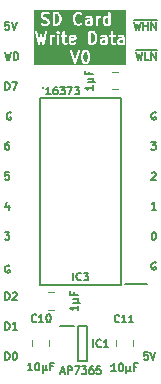
<source format=gto>
%TF.GenerationSoftware,KiCad,Pcbnew,8.0.3*%
%TF.CreationDate,2024-07-04T18:09:40+02:00*%
%TF.ProjectId,SD Card Write Data,53442043-6172-4642-9057-726974652044,V0*%
%TF.SameCoordinates,PX54c81a0PY37b6b20*%
%TF.FileFunction,Legend,Top*%
%TF.FilePolarity,Positive*%
%FSLAX46Y46*%
G04 Gerber Fmt 4.6, Leading zero omitted, Abs format (unit mm)*
G04 Created by KiCad (PCBNEW 8.0.3) date 2024-07-04 18:09:40*
%MOMM*%
%LPD*%
G01*
G04 APERTURE LIST*
%ADD10C,0.150000*%
%ADD11C,0.200000*%
%ADD12C,0.120000*%
G04 APERTURE END LIST*
D10*
X13611268Y-9810963D02*
X14004363Y-9810963D01*
X14004363Y-9810963D02*
X13792696Y-10052867D01*
X13792696Y-10052867D02*
X13883411Y-10052867D01*
X13883411Y-10052867D02*
X13943887Y-10083105D01*
X13943887Y-10083105D02*
X13974125Y-10113344D01*
X13974125Y-10113344D02*
X14004363Y-10173820D01*
X14004363Y-10173820D02*
X14004363Y-10325010D01*
X14004363Y-10325010D02*
X13974125Y-10385486D01*
X13974125Y-10385486D02*
X13943887Y-10415725D01*
X13943887Y-10415725D02*
X13883411Y-10445963D01*
X13883411Y-10445963D02*
X13701982Y-10445963D01*
X13701982Y-10445963D02*
X13641506Y-10415725D01*
X13641506Y-10415725D02*
X13611268Y-10385486D01*
X14004363Y-15525963D02*
X13641506Y-15525963D01*
X13822934Y-15525963D02*
X13822934Y-14890963D01*
X13822934Y-14890963D02*
X13762458Y-14981677D01*
X13762458Y-14981677D02*
X13701982Y-15042153D01*
X13701982Y-15042153D02*
X13641506Y-15072391D01*
X1265874Y-28225963D02*
X1265874Y-27590963D01*
X1265874Y-27590963D02*
X1417064Y-27590963D01*
X1417064Y-27590963D02*
X1507779Y-27621201D01*
X1507779Y-27621201D02*
X1568255Y-27681677D01*
X1568255Y-27681677D02*
X1598493Y-27742153D01*
X1598493Y-27742153D02*
X1628731Y-27863105D01*
X1628731Y-27863105D02*
X1628731Y-27953820D01*
X1628731Y-27953820D02*
X1598493Y-28074772D01*
X1598493Y-28074772D02*
X1568255Y-28135248D01*
X1568255Y-28135248D02*
X1507779Y-28195725D01*
X1507779Y-28195725D02*
X1417064Y-28225963D01*
X1417064Y-28225963D02*
X1265874Y-28225963D01*
X2021826Y-27590963D02*
X2082303Y-27590963D01*
X2082303Y-27590963D02*
X2142779Y-27621201D01*
X2142779Y-27621201D02*
X2173017Y-27651439D01*
X2173017Y-27651439D02*
X2203255Y-27711915D01*
X2203255Y-27711915D02*
X2233493Y-27832867D01*
X2233493Y-27832867D02*
X2233493Y-27984058D01*
X2233493Y-27984058D02*
X2203255Y-28105010D01*
X2203255Y-28105010D02*
X2173017Y-28165486D01*
X2173017Y-28165486D02*
X2142779Y-28195725D01*
X2142779Y-28195725D02*
X2082303Y-28225963D01*
X2082303Y-28225963D02*
X2021826Y-28225963D01*
X2021826Y-28225963D02*
X1961350Y-28195725D01*
X1961350Y-28195725D02*
X1931112Y-28165486D01*
X1931112Y-28165486D02*
X1900874Y-28105010D01*
X1900874Y-28105010D02*
X1870636Y-27984058D01*
X1870636Y-27984058D02*
X1870636Y-27832867D01*
X1870636Y-27832867D02*
X1900874Y-27711915D01*
X1900874Y-27711915D02*
X1931112Y-27651439D01*
X1931112Y-27651439D02*
X1961350Y-27621201D01*
X1961350Y-27621201D02*
X2021826Y-27590963D01*
X12311030Y-2190963D02*
X12462220Y-2825963D01*
X12462220Y-2825963D02*
X12583173Y-2372391D01*
X12583173Y-2372391D02*
X12704125Y-2825963D01*
X12704125Y-2825963D02*
X12855316Y-2190963D01*
X13399601Y-2825963D02*
X13097220Y-2825963D01*
X13097220Y-2825963D02*
X13097220Y-2190963D01*
X13611268Y-2825963D02*
X13611268Y-2190963D01*
X13611268Y-2190963D02*
X13974125Y-2825963D01*
X13974125Y-2825963D02*
X13974125Y-2190963D01*
X12283816Y-2014675D02*
X14061816Y-2014675D01*
X1568255Y349037D02*
X1265874Y349037D01*
X1265874Y349037D02*
X1235636Y46656D01*
X1235636Y46656D02*
X1265874Y76895D01*
X1265874Y76895D02*
X1326350Y107133D01*
X1326350Y107133D02*
X1477541Y107133D01*
X1477541Y107133D02*
X1538017Y76895D01*
X1538017Y76895D02*
X1568255Y46656D01*
X1568255Y46656D02*
X1598493Y-13820D01*
X1598493Y-13820D02*
X1598493Y-165010D01*
X1598493Y-165010D02*
X1568255Y-225486D01*
X1568255Y-225486D02*
X1538017Y-255725D01*
X1538017Y-255725D02*
X1477541Y-285963D01*
X1477541Y-285963D02*
X1326350Y-285963D01*
X1326350Y-285963D02*
X1265874Y-255725D01*
X1265874Y-255725D02*
X1235636Y-225486D01*
X1779922Y349037D02*
X1991588Y-285963D01*
X1991588Y-285963D02*
X2203255Y349037D01*
X1265874Y-23145963D02*
X1265874Y-22510963D01*
X1265874Y-22510963D02*
X1417064Y-22510963D01*
X1417064Y-22510963D02*
X1507779Y-22541201D01*
X1507779Y-22541201D02*
X1568255Y-22601677D01*
X1568255Y-22601677D02*
X1598493Y-22662153D01*
X1598493Y-22662153D02*
X1628731Y-22783105D01*
X1628731Y-22783105D02*
X1628731Y-22873820D01*
X1628731Y-22873820D02*
X1598493Y-22994772D01*
X1598493Y-22994772D02*
X1568255Y-23055248D01*
X1568255Y-23055248D02*
X1507779Y-23115725D01*
X1507779Y-23115725D02*
X1417064Y-23145963D01*
X1417064Y-23145963D02*
X1265874Y-23145963D01*
X1870636Y-22571439D02*
X1900874Y-22541201D01*
X1900874Y-22541201D02*
X1961350Y-22510963D01*
X1961350Y-22510963D02*
X2112541Y-22510963D01*
X2112541Y-22510963D02*
X2173017Y-22541201D01*
X2173017Y-22541201D02*
X2203255Y-22571439D01*
X2203255Y-22571439D02*
X2233493Y-22631915D01*
X2233493Y-22631915D02*
X2233493Y-22692391D01*
X2233493Y-22692391D02*
X2203255Y-22783105D01*
X2203255Y-22783105D02*
X1840398Y-23145963D01*
X1840398Y-23145963D02*
X2233493Y-23145963D01*
X13641506Y-12411439D02*
X13671744Y-12381201D01*
X13671744Y-12381201D02*
X13732220Y-12350963D01*
X13732220Y-12350963D02*
X13883411Y-12350963D01*
X13883411Y-12350963D02*
X13943887Y-12381201D01*
X13943887Y-12381201D02*
X13974125Y-12411439D01*
X13974125Y-12411439D02*
X14004363Y-12471915D01*
X14004363Y-12471915D02*
X14004363Y-12532391D01*
X14004363Y-12532391D02*
X13974125Y-12623105D01*
X13974125Y-12623105D02*
X13611268Y-12985963D01*
X13611268Y-12985963D02*
X14004363Y-12985963D01*
X1265874Y-25685963D02*
X1265874Y-25050963D01*
X1265874Y-25050963D02*
X1417064Y-25050963D01*
X1417064Y-25050963D02*
X1507779Y-25081201D01*
X1507779Y-25081201D02*
X1568255Y-25141677D01*
X1568255Y-25141677D02*
X1598493Y-25202153D01*
X1598493Y-25202153D02*
X1628731Y-25323105D01*
X1628731Y-25323105D02*
X1628731Y-25413820D01*
X1628731Y-25413820D02*
X1598493Y-25534772D01*
X1598493Y-25534772D02*
X1568255Y-25595248D01*
X1568255Y-25595248D02*
X1507779Y-25655725D01*
X1507779Y-25655725D02*
X1417064Y-25685963D01*
X1417064Y-25685963D02*
X1265874Y-25685963D01*
X2233493Y-25685963D02*
X1870636Y-25685963D01*
X2052064Y-25685963D02*
X2052064Y-25050963D01*
X2052064Y-25050963D02*
X1991588Y-25141677D01*
X1991588Y-25141677D02*
X1931112Y-25202153D01*
X1931112Y-25202153D02*
X1870636Y-25232391D01*
D11*
G36*
X8130024Y-2205397D02*
G01*
X8155801Y-2230059D01*
X8190877Y-2297614D01*
X8234329Y-2465075D01*
X8235921Y-2678566D01*
X8195522Y-2846499D01*
X8159431Y-2921520D01*
X8134769Y-2947298D01*
X8074629Y-2978523D01*
X8026165Y-2979335D01*
X7967115Y-2950927D01*
X7941341Y-2926268D01*
X7906264Y-2858708D01*
X7862812Y-2691249D01*
X7861220Y-2477759D01*
X7901619Y-2309825D01*
X7937710Y-2234804D01*
X7962372Y-2209027D01*
X8022511Y-2177802D01*
X8070976Y-2176990D01*
X8130024Y-2205397D01*
G37*
G36*
X7069180Y-922424D02*
G01*
X7088005Y-958682D01*
X6813747Y-1014620D01*
X6813536Y-970721D01*
X6836110Y-923799D01*
X6879334Y-901357D01*
X7022664Y-900046D01*
X7069180Y-922424D01*
G37*
G36*
X8707164Y-601198D02*
G01*
X8774305Y-666685D01*
X8809925Y-735289D01*
X8853404Y-902856D01*
X8854810Y-1021664D01*
X8814570Y-1188936D01*
X8778648Y-1263606D01*
X8711339Y-1332614D01*
X8608157Y-1368307D01*
X8481718Y-1369250D01*
X8480207Y-567485D01*
X8599319Y-566597D01*
X8707164Y-601198D01*
G37*
G36*
X9702731Y-1186481D02*
G01*
X9711329Y-1185869D01*
X9711942Y-1359096D01*
X9694068Y-1368376D01*
X9503206Y-1369800D01*
X9456534Y-1347346D01*
X9433925Y-1303801D01*
X9433113Y-1255336D01*
X9455158Y-1209513D01*
X9498311Y-1187108D01*
X9700098Y-1185603D01*
X9702731Y-1186481D01*
G37*
G36*
X11178922Y-1186481D02*
G01*
X11187520Y-1185869D01*
X11188133Y-1359096D01*
X11170259Y-1368376D01*
X10979397Y-1369800D01*
X10932725Y-1347346D01*
X10910116Y-1303801D01*
X10909304Y-1255336D01*
X10931349Y-1209513D01*
X10974502Y-1187108D01*
X11176289Y-1185603D01*
X11178922Y-1186481D01*
G37*
G36*
X5683354Y1008746D02*
G01*
X5750495Y943259D01*
X5786115Y874655D01*
X5829594Y707088D01*
X5831000Y588280D01*
X5790760Y421008D01*
X5754838Y346338D01*
X5687529Y277330D01*
X5584347Y241637D01*
X5457908Y240694D01*
X5456397Y1042459D01*
X5575509Y1043347D01*
X5683354Y1008746D01*
G37*
G36*
X8440826Y423463D02*
G01*
X8449424Y424075D01*
X8450037Y250848D01*
X8432163Y241568D01*
X8241301Y240144D01*
X8194629Y262598D01*
X8172020Y306143D01*
X8171208Y354608D01*
X8193253Y400431D01*
X8236406Y422836D01*
X8438193Y424341D01*
X8440826Y423463D01*
G37*
G36*
X9973214Y699325D02*
G01*
X9974059Y250958D01*
X9955902Y241531D01*
X9812573Y240220D01*
X9752830Y268961D01*
X9727056Y293620D01*
X9696058Y353324D01*
X9694557Y591744D01*
X9723425Y651751D01*
X9748087Y677528D01*
X9807906Y708587D01*
X9951236Y709898D01*
X9973214Y699325D01*
G37*
G36*
X11497778Y-3289274D02*
G01*
X3647053Y-3289274D01*
X3647053Y-2090670D01*
X6711261Y-2090670D01*
X6715608Y-2109786D01*
X7046869Y-3097678D01*
X7047360Y-3104576D01*
X7052893Y-3115643D01*
X7056932Y-3127686D01*
X7061615Y-3133085D01*
X7064810Y-3139475D01*
X7074281Y-3147690D01*
X7082497Y-3157162D01*
X7088885Y-3160356D01*
X7094286Y-3165040D01*
X7106187Y-3169007D01*
X7117396Y-3174611D01*
X7124520Y-3175117D01*
X7131302Y-3177378D01*
X7143811Y-3176488D01*
X7156316Y-3177378D01*
X7163094Y-3175118D01*
X7170222Y-3174612D01*
X7181438Y-3169003D01*
X7193332Y-3165039D01*
X7198729Y-3160358D01*
X7205121Y-3157162D01*
X7213339Y-3147686D01*
X7222808Y-3139474D01*
X7226001Y-3133087D01*
X7230686Y-3127686D01*
X7238677Y-3109786D01*
X7454274Y-2459115D01*
X7662857Y-2459115D01*
X7664587Y-2691232D01*
X7662975Y-2702071D01*
X7664758Y-2714132D01*
X7664778Y-2716719D01*
X7665342Y-2718082D01*
X7665843Y-2721464D01*
X7713347Y-2904543D01*
X7714027Y-2914099D01*
X7719618Y-2928711D01*
X7720057Y-2930400D01*
X7720487Y-2930980D01*
X7721033Y-2932407D01*
X7770370Y-3027431D01*
X7774947Y-3038481D01*
X7778105Y-3042329D01*
X7779095Y-3044235D01*
X7781089Y-3045964D01*
X7787384Y-3053634D01*
X7837484Y-3101567D01*
X7844402Y-3109544D01*
X7848551Y-3112155D01*
X7850156Y-3113691D01*
X7852596Y-3114701D01*
X7860993Y-3119987D01*
X7944010Y-3159925D01*
X7945395Y-3161310D01*
X7956144Y-3165762D01*
X7974539Y-3174612D01*
X7978122Y-3174866D01*
X7981443Y-3176242D01*
X8000952Y-3178163D01*
X8081969Y-3176806D01*
X8083683Y-3177378D01*
X8094727Y-3176593D01*
X8115699Y-3176242D01*
X8119019Y-3174866D01*
X8122603Y-3174612D01*
X8140911Y-3167606D01*
X8235939Y-3118266D01*
X8246986Y-3113691D01*
X8250832Y-3110533D01*
X8252739Y-3109544D01*
X8254469Y-3107549D01*
X8262139Y-3101254D01*
X8310072Y-3051151D01*
X8318047Y-3044236D01*
X8320658Y-3040086D01*
X8322195Y-3038481D01*
X8323206Y-3036039D01*
X8328490Y-3027645D01*
X8371918Y-2937373D01*
X8377085Y-2930400D01*
X8382313Y-2915765D01*
X8383115Y-2914099D01*
X8383166Y-2913378D01*
X8383680Y-2911940D01*
X8428259Y-2726627D01*
X8432364Y-2716719D01*
X8433556Y-2704609D01*
X8434167Y-2702071D01*
X8433949Y-2700612D01*
X8434285Y-2697210D01*
X8432554Y-2465092D01*
X8434167Y-2454254D01*
X8432383Y-2442192D01*
X8432364Y-2439606D01*
X8431799Y-2438242D01*
X8431299Y-2434861D01*
X8383794Y-2251781D01*
X8383115Y-2242226D01*
X8377522Y-2227610D01*
X8377085Y-2225925D01*
X8376655Y-2225345D01*
X8376109Y-2223917D01*
X8326766Y-2128883D01*
X8322194Y-2117843D01*
X8319038Y-2113997D01*
X8318047Y-2112089D01*
X8316049Y-2110356D01*
X8309757Y-2102690D01*
X8259656Y-2054758D01*
X8252739Y-2046782D01*
X8248589Y-2044169D01*
X8246985Y-2042635D01*
X8244545Y-2041624D01*
X8236149Y-2036339D01*
X8153131Y-1996400D01*
X8151747Y-1995016D01*
X8140997Y-1990563D01*
X8122603Y-1981714D01*
X8119019Y-1981459D01*
X8115699Y-1980084D01*
X8096190Y-1978163D01*
X8015172Y-1979519D01*
X8013459Y-1978948D01*
X8002414Y-1979732D01*
X7981443Y-1980084D01*
X7978122Y-1981459D01*
X7974539Y-1981714D01*
X7956230Y-1988720D01*
X7861196Y-2038062D01*
X7850156Y-2042635D01*
X7846310Y-2045790D01*
X7844402Y-2046782D01*
X7842669Y-2048779D01*
X7835003Y-2055072D01*
X7787071Y-2105172D01*
X7779095Y-2112090D01*
X7776482Y-2116239D01*
X7774948Y-2117844D01*
X7773937Y-2120283D01*
X7768652Y-2128680D01*
X7725223Y-2218951D01*
X7720057Y-2225925D01*
X7714829Y-2240557D01*
X7714027Y-2242226D01*
X7713975Y-2242948D01*
X7713462Y-2244386D01*
X7668882Y-2429696D01*
X7664778Y-2439606D01*
X7663585Y-2451715D01*
X7662975Y-2454254D01*
X7663192Y-2455712D01*
X7662857Y-2459115D01*
X7454274Y-2459115D01*
X7576357Y-2090671D01*
X7573591Y-2051751D01*
X7556141Y-2016852D01*
X7526665Y-1991287D01*
X7489649Y-1978948D01*
X7450729Y-1981715D01*
X7415830Y-1999164D01*
X7390265Y-2028640D01*
X7382274Y-2046541D01*
X7144242Y-2764917D01*
X6897353Y-2028640D01*
X6871788Y-1999164D01*
X6836889Y-1981714D01*
X6797969Y-1978948D01*
X6760953Y-1991286D01*
X6731477Y-2016851D01*
X6714027Y-2051750D01*
X6711261Y-2090670D01*
X3647053Y-2090670D01*
X3647053Y-471958D01*
X3758164Y-471958D01*
X3760814Y-491381D01*
X3999681Y-1486519D01*
X4001536Y-1500476D01*
X4004090Y-1504888D01*
X4005297Y-1509915D01*
X4013812Y-1521681D01*
X4021085Y-1534244D01*
X4025162Y-1537364D01*
X4028172Y-1541524D01*
X4040534Y-1549131D01*
X4052068Y-1557960D01*
X4057031Y-1559283D01*
X4061402Y-1561973D01*
X4075736Y-1564271D01*
X4089769Y-1568013D01*
X4094857Y-1567336D01*
X4099929Y-1568150D01*
X4114063Y-1564784D01*
X4128447Y-1562873D01*
X4132887Y-1560302D01*
X4137886Y-1559112D01*
X4149652Y-1550596D01*
X4162215Y-1543324D01*
X4165335Y-1539246D01*
X4169495Y-1536237D01*
X4177102Y-1523874D01*
X4185931Y-1512341D01*
X4188630Y-1505140D01*
X4189944Y-1503007D01*
X4190327Y-1500616D01*
X4192814Y-1493985D01*
X4286670Y-1138407D01*
X4381184Y-1489264D01*
X4383388Y-1503007D01*
X4386053Y-1507338D01*
X4387401Y-1512341D01*
X4396229Y-1523874D01*
X4403837Y-1536237D01*
X4407996Y-1539246D01*
X4411117Y-1543324D01*
X4423681Y-1550598D01*
X4435446Y-1559112D01*
X4440441Y-1560301D01*
X4444885Y-1562874D01*
X4459274Y-1564785D01*
X4473403Y-1568150D01*
X4478474Y-1567336D01*
X4483563Y-1568013D01*
X4497595Y-1564271D01*
X4511930Y-1561973D01*
X4516300Y-1559283D01*
X4521264Y-1557960D01*
X4532797Y-1549131D01*
X4545160Y-1541524D01*
X4548169Y-1537364D01*
X4552247Y-1534244D01*
X4559522Y-1521677D01*
X4568035Y-1509915D01*
X4570539Y-1502649D01*
X4571797Y-1500477D01*
X4572116Y-1498073D01*
X4574423Y-1491381D01*
X4737332Y-801552D01*
X4996190Y-801552D01*
X4998111Y-1487728D01*
X5013043Y-1523776D01*
X5040633Y-1551366D01*
X5076681Y-1566298D01*
X5115699Y-1566298D01*
X5151747Y-1551366D01*
X5179337Y-1523776D01*
X5194269Y-1487728D01*
X5196190Y-1468219D01*
X5194927Y-1017428D01*
X5223424Y-958193D01*
X5248086Y-932416D01*
X5308225Y-901191D01*
X5401413Y-899631D01*
X5437461Y-884699D01*
X5465051Y-857109D01*
X5479983Y-821061D01*
X5479983Y-801552D01*
X5615238Y-801552D01*
X5617159Y-1487728D01*
X5632091Y-1523776D01*
X5659681Y-1551366D01*
X5695729Y-1566298D01*
X5734747Y-1566298D01*
X5770795Y-1551366D01*
X5798385Y-1523776D01*
X5813317Y-1487728D01*
X5815238Y-1468219D01*
X5813317Y-782043D01*
X5950492Y-782043D01*
X5950492Y-821061D01*
X5965424Y-857109D01*
X5993014Y-884699D01*
X6029062Y-899631D01*
X6048571Y-901552D01*
X6092377Y-901341D01*
X6093271Y-1309676D01*
X6092213Y-1312853D01*
X6093312Y-1328327D01*
X6093349Y-1344870D01*
X6094724Y-1348190D01*
X6094979Y-1351773D01*
X6101985Y-1370082D01*
X6149022Y-1460677D01*
X6152171Y-1470123D01*
X6156545Y-1475167D01*
X6160047Y-1481911D01*
X6169518Y-1490125D01*
X6177735Y-1499600D01*
X6187605Y-1505812D01*
X6189523Y-1507476D01*
X6191063Y-1507989D01*
X6194326Y-1510043D01*
X6277343Y-1549981D01*
X6278728Y-1551366D01*
X6289477Y-1555818D01*
X6307872Y-1564668D01*
X6311455Y-1564922D01*
X6314776Y-1566298D01*
X6334285Y-1568219D01*
X6449032Y-1566298D01*
X6485080Y-1551366D01*
X6512670Y-1523776D01*
X6527602Y-1487728D01*
X6527602Y-1448710D01*
X6512670Y-1412662D01*
X6485080Y-1385072D01*
X6449032Y-1370140D01*
X6429523Y-1368219D01*
X6359498Y-1369391D01*
X6313676Y-1347346D01*
X6291382Y-1304408D01*
X6290593Y-944409D01*
X6615238Y-944409D01*
X6616130Y-1130478D01*
X6615238Y-1134990D01*
X6616174Y-1139673D01*
X6616991Y-1309947D01*
X6616023Y-1312853D01*
X6617076Y-1327677D01*
X6617159Y-1344870D01*
X6618534Y-1348190D01*
X6618789Y-1351773D01*
X6625795Y-1370082D01*
X6672832Y-1460677D01*
X6675981Y-1470123D01*
X6680355Y-1475167D01*
X6683857Y-1481911D01*
X6693328Y-1490125D01*
X6701545Y-1499600D01*
X6711415Y-1505812D01*
X6713333Y-1507476D01*
X6714873Y-1507989D01*
X6718136Y-1510043D01*
X6801153Y-1549981D01*
X6802538Y-1551366D01*
X6813287Y-1555818D01*
X6831682Y-1564668D01*
X6835265Y-1564922D01*
X6838586Y-1566298D01*
X6858095Y-1568219D01*
X7033602Y-1566613D01*
X7036064Y-1567434D01*
X7049679Y-1566466D01*
X7068080Y-1566298D01*
X7071400Y-1564922D01*
X7074984Y-1564668D01*
X7093292Y-1557662D01*
X7205120Y-1499600D01*
X7230685Y-1470123D01*
X7243023Y-1433107D01*
X7240258Y-1394187D01*
X7222809Y-1359289D01*
X7193332Y-1333724D01*
X7156316Y-1321385D01*
X7117396Y-1324151D01*
X7099087Y-1331157D01*
X7027330Y-1368413D01*
X6884001Y-1369724D01*
X6837486Y-1347346D01*
X6815136Y-1304302D01*
X6814716Y-1216653D01*
X7201694Y-1137726D01*
X7210937Y-1137726D01*
X7219902Y-1134012D01*
X7229793Y-1131995D01*
X7237933Y-1126543D01*
X7246985Y-1122794D01*
X7253986Y-1115792D01*
X7262212Y-1110284D01*
X7267646Y-1102132D01*
X7274575Y-1095204D01*
X7278364Y-1086056D01*
X7283856Y-1077819D01*
X7285757Y-1068208D01*
X7289507Y-1059156D01*
X7291428Y-1039647D01*
X7291426Y-1039550D01*
X7291428Y-1039542D01*
X7291426Y-1039532D01*
X7290071Y-958629D01*
X7290643Y-956916D01*
X7289858Y-945871D01*
X7289507Y-924900D01*
X7288131Y-921579D01*
X7287877Y-917996D01*
X7280871Y-899687D01*
X7233831Y-809089D01*
X7230685Y-799648D01*
X7226312Y-794605D01*
X7222809Y-787859D01*
X7213333Y-779641D01*
X7205120Y-770171D01*
X7195248Y-763957D01*
X7193332Y-762295D01*
X7191793Y-761781D01*
X7188530Y-759728D01*
X7105512Y-719789D01*
X7104128Y-718405D01*
X7093378Y-713952D01*
X7074984Y-705103D01*
X7071400Y-704848D01*
X7068080Y-703473D01*
X7048571Y-701552D01*
X6873063Y-703157D01*
X6870602Y-702337D01*
X6856986Y-703304D01*
X6838586Y-703473D01*
X6835265Y-704848D01*
X6831682Y-705103D01*
X6813373Y-712109D01*
X6722775Y-759148D01*
X6713334Y-762295D01*
X6708291Y-766667D01*
X6701545Y-770171D01*
X6693327Y-779646D01*
X6683857Y-787860D01*
X6677643Y-797731D01*
X6675981Y-799648D01*
X6675467Y-801186D01*
X6673414Y-804450D01*
X6633475Y-887467D01*
X6632091Y-888852D01*
X6627638Y-899601D01*
X6618789Y-917996D01*
X6618534Y-921579D01*
X6617159Y-924900D01*
X6615238Y-944409D01*
X6290593Y-944409D01*
X6290496Y-900391D01*
X6449032Y-899631D01*
X6485080Y-884699D01*
X6512670Y-857109D01*
X6527602Y-821061D01*
X6527602Y-782043D01*
X6512670Y-745995D01*
X6485080Y-718405D01*
X6449032Y-703473D01*
X6429523Y-701552D01*
X6290062Y-702220D01*
X6289550Y-468219D01*
X8281905Y-468219D01*
X8283826Y-1487728D01*
X8298758Y-1523776D01*
X8326348Y-1551366D01*
X8362396Y-1566298D01*
X8381905Y-1568219D01*
X8618705Y-1566453D01*
X8632507Y-1567434D01*
X8637434Y-1566313D01*
X8639509Y-1566298D01*
X8641951Y-1565286D01*
X8651623Y-1563087D01*
X8780000Y-1518678D01*
X8782367Y-1518678D01*
X8794359Y-1513710D01*
X8812380Y-1507477D01*
X8815095Y-1505122D01*
X8818415Y-1503747D01*
X8833568Y-1491310D01*
X8927585Y-1394920D01*
X8937095Y-1386673D01*
X8939761Y-1382437D01*
X8941243Y-1380918D01*
X8942254Y-1378476D01*
X8947538Y-1370082D01*
X8990966Y-1279810D01*
X8996133Y-1272837D01*
X9001361Y-1258202D01*
X9002163Y-1256536D01*
X9002214Y-1255815D01*
X9002728Y-1254377D01*
X9008563Y-1230123D01*
X9234286Y-1230123D01*
X9235642Y-1311139D01*
X9235071Y-1312853D01*
X9235855Y-1323897D01*
X9236207Y-1344870D01*
X9237582Y-1348190D01*
X9237837Y-1351773D01*
X9244843Y-1370082D01*
X9291880Y-1460677D01*
X9295029Y-1470123D01*
X9299403Y-1475167D01*
X9302905Y-1481911D01*
X9312376Y-1490125D01*
X9320593Y-1499600D01*
X9330463Y-1505812D01*
X9332381Y-1507476D01*
X9333921Y-1507989D01*
X9337184Y-1510043D01*
X9420201Y-1549981D01*
X9421586Y-1551366D01*
X9432335Y-1555818D01*
X9450730Y-1564668D01*
X9454313Y-1564922D01*
X9457634Y-1566298D01*
X9477143Y-1568219D01*
X9700098Y-1566556D01*
X9702731Y-1567434D01*
X9716836Y-1566431D01*
X9734747Y-1566298D01*
X9738067Y-1564922D01*
X9741651Y-1564668D01*
X9759959Y-1557662D01*
X9764467Y-1555321D01*
X9790967Y-1566298D01*
X9829985Y-1566298D01*
X9866033Y-1551366D01*
X9893623Y-1523776D01*
X9908555Y-1487728D01*
X9910476Y-1468219D01*
X9909012Y-1054187D01*
X9909690Y-1052154D01*
X9908969Y-1042005D01*
X9908678Y-959952D01*
X9909691Y-956916D01*
X9908614Y-941770D01*
X9908555Y-924900D01*
X9907179Y-921579D01*
X9906925Y-917996D01*
X9899919Y-899687D01*
X9852879Y-809089D01*
X9849733Y-799648D01*
X9845360Y-794605D01*
X9841857Y-787859D01*
X9835151Y-782043D01*
X10045731Y-782043D01*
X10045731Y-821061D01*
X10060663Y-857109D01*
X10088253Y-884699D01*
X10124301Y-899631D01*
X10143810Y-901552D01*
X10187616Y-901341D01*
X10188510Y-1309676D01*
X10187452Y-1312853D01*
X10188551Y-1328327D01*
X10188588Y-1344870D01*
X10189963Y-1348190D01*
X10190218Y-1351773D01*
X10197224Y-1370082D01*
X10244261Y-1460677D01*
X10247410Y-1470123D01*
X10251784Y-1475167D01*
X10255286Y-1481911D01*
X10264757Y-1490125D01*
X10272974Y-1499600D01*
X10282844Y-1505812D01*
X10284762Y-1507476D01*
X10286302Y-1507989D01*
X10289565Y-1510043D01*
X10372582Y-1549981D01*
X10373967Y-1551366D01*
X10384716Y-1555818D01*
X10403111Y-1564668D01*
X10406694Y-1564922D01*
X10410015Y-1566298D01*
X10429524Y-1568219D01*
X10544271Y-1566298D01*
X10580319Y-1551366D01*
X10607909Y-1523776D01*
X10622841Y-1487728D01*
X10622841Y-1448710D01*
X10607909Y-1412662D01*
X10580319Y-1385072D01*
X10544271Y-1370140D01*
X10524762Y-1368219D01*
X10454737Y-1369391D01*
X10408915Y-1347346D01*
X10386621Y-1304408D01*
X10386458Y-1230123D01*
X10710477Y-1230123D01*
X10711833Y-1311139D01*
X10711262Y-1312853D01*
X10712046Y-1323897D01*
X10712398Y-1344870D01*
X10713773Y-1348190D01*
X10714028Y-1351773D01*
X10721034Y-1370082D01*
X10768071Y-1460677D01*
X10771220Y-1470123D01*
X10775594Y-1475167D01*
X10779096Y-1481911D01*
X10788567Y-1490125D01*
X10796784Y-1499600D01*
X10806654Y-1505812D01*
X10808572Y-1507476D01*
X10810112Y-1507989D01*
X10813375Y-1510043D01*
X10896392Y-1549981D01*
X10897777Y-1551366D01*
X10908526Y-1555818D01*
X10926921Y-1564668D01*
X10930504Y-1564922D01*
X10933825Y-1566298D01*
X10953334Y-1568219D01*
X11176289Y-1566556D01*
X11178922Y-1567434D01*
X11193027Y-1566431D01*
X11210938Y-1566298D01*
X11214258Y-1564922D01*
X11217842Y-1564668D01*
X11236150Y-1557662D01*
X11240658Y-1555321D01*
X11267158Y-1566298D01*
X11306176Y-1566298D01*
X11342224Y-1551366D01*
X11369814Y-1523776D01*
X11384746Y-1487728D01*
X11386667Y-1468219D01*
X11385203Y-1054187D01*
X11385881Y-1052154D01*
X11385160Y-1042005D01*
X11384869Y-959952D01*
X11385882Y-956916D01*
X11384805Y-941770D01*
X11384746Y-924900D01*
X11383370Y-921579D01*
X11383116Y-917996D01*
X11376110Y-899687D01*
X11329070Y-809089D01*
X11325924Y-799648D01*
X11321551Y-794605D01*
X11318048Y-787859D01*
X11308572Y-779641D01*
X11300359Y-770171D01*
X11290487Y-763957D01*
X11288571Y-762295D01*
X11287032Y-761781D01*
X11283769Y-759728D01*
X11200751Y-719789D01*
X11199367Y-718405D01*
X11188617Y-713952D01*
X11170223Y-705103D01*
X11166639Y-704848D01*
X11163319Y-703473D01*
X11143810Y-701552D01*
X10968302Y-703157D01*
X10965841Y-702337D01*
X10952225Y-703304D01*
X10933825Y-703473D01*
X10930504Y-704848D01*
X10926921Y-705103D01*
X10908612Y-712109D01*
X10796784Y-770171D01*
X10771220Y-799648D01*
X10758881Y-836664D01*
X10761647Y-875584D01*
X10779096Y-910483D01*
X10808573Y-936047D01*
X10845589Y-948386D01*
X10884509Y-945620D01*
X10902817Y-938614D01*
X10974573Y-901357D01*
X11117903Y-900046D01*
X11164419Y-922424D01*
X11186741Y-965416D01*
X11186788Y-978841D01*
X11170259Y-987423D01*
X10968473Y-988928D01*
X10965841Y-988051D01*
X10951735Y-989053D01*
X10933825Y-989187D01*
X10930504Y-990562D01*
X10926921Y-990817D01*
X10908612Y-997823D01*
X10818014Y-1044862D01*
X10808573Y-1048009D01*
X10803530Y-1052381D01*
X10796784Y-1055885D01*
X10788566Y-1065360D01*
X10779096Y-1073574D01*
X10772882Y-1083445D01*
X10771220Y-1085362D01*
X10770706Y-1086900D01*
X10768653Y-1090164D01*
X10728714Y-1173181D01*
X10727330Y-1174566D01*
X10722877Y-1185315D01*
X10714028Y-1203710D01*
X10713773Y-1207293D01*
X10712398Y-1210614D01*
X10710477Y-1230123D01*
X10386458Y-1230123D01*
X10385735Y-900391D01*
X10544271Y-899631D01*
X10580319Y-884699D01*
X10607909Y-857109D01*
X10622841Y-821061D01*
X10622841Y-782043D01*
X10607909Y-745995D01*
X10580319Y-718405D01*
X10544271Y-703473D01*
X10524762Y-701552D01*
X10385301Y-702220D01*
X10384746Y-448710D01*
X10369814Y-412662D01*
X10342224Y-385072D01*
X10306176Y-370140D01*
X10267158Y-370140D01*
X10231110Y-385072D01*
X10203520Y-412662D01*
X10188588Y-448710D01*
X10186667Y-468219D01*
X10187181Y-703171D01*
X10124301Y-703473D01*
X10088253Y-718405D01*
X10060663Y-745995D01*
X10045731Y-782043D01*
X9835151Y-782043D01*
X9832381Y-779641D01*
X9824168Y-770171D01*
X9814296Y-763957D01*
X9812380Y-762295D01*
X9810841Y-761781D01*
X9807578Y-759728D01*
X9724560Y-719789D01*
X9723176Y-718405D01*
X9712426Y-713952D01*
X9694032Y-705103D01*
X9690448Y-704848D01*
X9687128Y-703473D01*
X9667619Y-701552D01*
X9492111Y-703157D01*
X9489650Y-702337D01*
X9476034Y-703304D01*
X9457634Y-703473D01*
X9454313Y-704848D01*
X9450730Y-705103D01*
X9432421Y-712109D01*
X9320593Y-770171D01*
X9295029Y-799648D01*
X9282690Y-836664D01*
X9285456Y-875584D01*
X9302905Y-910483D01*
X9332382Y-936047D01*
X9369398Y-948386D01*
X9408318Y-945620D01*
X9426626Y-938614D01*
X9498382Y-901357D01*
X9641712Y-900046D01*
X9688228Y-922424D01*
X9710550Y-965416D01*
X9710597Y-978841D01*
X9694068Y-987423D01*
X9492282Y-988928D01*
X9489650Y-988051D01*
X9475544Y-989053D01*
X9457634Y-989187D01*
X9454313Y-990562D01*
X9450730Y-990817D01*
X9432421Y-997823D01*
X9341823Y-1044862D01*
X9332382Y-1048009D01*
X9327339Y-1052381D01*
X9320593Y-1055885D01*
X9312375Y-1065360D01*
X9302905Y-1073574D01*
X9296691Y-1083445D01*
X9295029Y-1085362D01*
X9294515Y-1086900D01*
X9292462Y-1090164D01*
X9252523Y-1173181D01*
X9251139Y-1174566D01*
X9246686Y-1185315D01*
X9237837Y-1203710D01*
X9237582Y-1207293D01*
X9236207Y-1210614D01*
X9234286Y-1230123D01*
X9008563Y-1230123D01*
X9047307Y-1069064D01*
X9051412Y-1059156D01*
X9052604Y-1047046D01*
X9053215Y-1044508D01*
X9052997Y-1043049D01*
X9053333Y-1039647D01*
X9051705Y-902073D01*
X9053215Y-891929D01*
X9051443Y-879950D01*
X9051412Y-877281D01*
X9050847Y-875917D01*
X9050347Y-872536D01*
X9002842Y-689456D01*
X9002163Y-679901D01*
X8996570Y-665285D01*
X8996133Y-663600D01*
X8995703Y-663020D01*
X8995157Y-661592D01*
X8945814Y-566558D01*
X8941242Y-555519D01*
X8938086Y-551674D01*
X8937095Y-549764D01*
X8935097Y-548031D01*
X8928806Y-540365D01*
X8842861Y-456536D01*
X8841856Y-454526D01*
X8832326Y-446260D01*
X8818414Y-432691D01*
X8815095Y-431316D01*
X8812380Y-428961D01*
X8794479Y-420970D01*
X8651399Y-375065D01*
X8639509Y-370140D01*
X8634515Y-369648D01*
X8632507Y-369004D01*
X8629873Y-369191D01*
X8620000Y-368219D01*
X8362396Y-370140D01*
X8326348Y-385072D01*
X8298758Y-412662D01*
X8283826Y-448710D01*
X8281905Y-468219D01*
X6289550Y-468219D01*
X6289507Y-448710D01*
X6274575Y-412662D01*
X6246985Y-385072D01*
X6210937Y-370140D01*
X6171919Y-370140D01*
X6135871Y-385072D01*
X6108281Y-412662D01*
X6093349Y-448710D01*
X6091428Y-468219D01*
X6091942Y-703171D01*
X6029062Y-703473D01*
X5993014Y-718405D01*
X5965424Y-745995D01*
X5950492Y-782043D01*
X5813317Y-782043D01*
X5798385Y-745995D01*
X5770795Y-718405D01*
X5734747Y-703473D01*
X5695729Y-703473D01*
X5659681Y-718405D01*
X5632091Y-745995D01*
X5617159Y-782043D01*
X5615238Y-801552D01*
X5479983Y-801552D01*
X5479983Y-782043D01*
X5465051Y-745995D01*
X5437461Y-718405D01*
X5401413Y-703473D01*
X5381904Y-701552D01*
X5300886Y-702908D01*
X5299173Y-702337D01*
X5288128Y-703121D01*
X5267157Y-703473D01*
X5263836Y-704848D01*
X5260253Y-705103D01*
X5241944Y-712109D01*
X5178428Y-745086D01*
X5151747Y-718405D01*
X5115699Y-703473D01*
X5076681Y-703473D01*
X5040633Y-718405D01*
X5013043Y-745995D01*
X4998111Y-782043D01*
X4996190Y-801552D01*
X4737332Y-801552D01*
X4809414Y-496329D01*
X5569540Y-496329D01*
X5569540Y-535347D01*
X5584472Y-571395D01*
X5596908Y-586549D01*
X5659680Y-646604D01*
X5670238Y-650977D01*
X5695729Y-661536D01*
X5734747Y-661536D01*
X5770795Y-646604D01*
X5785949Y-634168D01*
X5846004Y-571396D01*
X5860935Y-535347D01*
X5860935Y-496329D01*
X5858075Y-489425D01*
X5846004Y-460280D01*
X5833567Y-445127D01*
X5770795Y-385072D01*
X5734747Y-370140D01*
X5695729Y-370140D01*
X5670238Y-380698D01*
X5659680Y-385072D01*
X5644527Y-397509D01*
X5584473Y-460280D01*
X5584472Y-460281D01*
X5569540Y-496329D01*
X4809414Y-496329D01*
X4815169Y-471958D01*
X4808992Y-433432D01*
X4788543Y-400201D01*
X4756934Y-377326D01*
X4718977Y-368289D01*
X4680450Y-374465D01*
X4647220Y-394914D01*
X4624345Y-426523D01*
X4617957Y-445057D01*
X4471802Y-1063939D01*
X4382993Y-734260D01*
X4381321Y-721675D01*
X4378107Y-716125D01*
X4376407Y-709811D01*
X4368382Y-699328D01*
X4361771Y-687908D01*
X4356627Y-683971D01*
X4352691Y-678828D01*
X4341273Y-672218D01*
X4330788Y-664192D01*
X4324524Y-662521D01*
X4318923Y-659279D01*
X4305845Y-657541D01*
X4293087Y-654139D01*
X4286665Y-654992D01*
X4280245Y-654139D01*
X4267491Y-657539D01*
X4254409Y-659278D01*
X4248804Y-662522D01*
X4242544Y-664192D01*
X4232060Y-672216D01*
X4220641Y-678828D01*
X4216704Y-683971D01*
X4211561Y-687908D01*
X4204951Y-699325D01*
X4196925Y-709811D01*
X4193329Y-719399D01*
X4192012Y-721676D01*
X4191757Y-723594D01*
X4190043Y-728166D01*
X4101715Y-1062795D01*
X3948988Y-426523D01*
X3926113Y-394914D01*
X3892883Y-374465D01*
X3854356Y-368288D01*
X3816399Y-377326D01*
X3784790Y-400201D01*
X3764341Y-433431D01*
X3758164Y-471958D01*
X3647053Y-471958D01*
X3647053Y951249D01*
X4258095Y951249D01*
X4259451Y870232D01*
X4258880Y868518D01*
X4259664Y857474D01*
X4260016Y836502D01*
X4261391Y833182D01*
X4261646Y829598D01*
X4268652Y811290D01*
X4317992Y716261D01*
X4322567Y705216D01*
X4325723Y701370D01*
X4326714Y699462D01*
X4328708Y697733D01*
X4335003Y690062D01*
X4385105Y642129D01*
X4392021Y634154D01*
X4396170Y631543D01*
X4397775Y630007D01*
X4400215Y628997D01*
X4408612Y623711D01*
X4498883Y580283D01*
X4505857Y575116D01*
X4520491Y569888D01*
X4522158Y569086D01*
X4522878Y569035D01*
X4524317Y568521D01*
X4697860Y526773D01*
X4772881Y490682D01*
X4798658Y466020D01*
X4829883Y405881D01*
X4830695Y357416D01*
X4802288Y298368D01*
X4777626Y272590D01*
X4717877Y241568D01*
X4521631Y240104D01*
X4370602Y288559D01*
X4331682Y285793D01*
X4296783Y268343D01*
X4271218Y238867D01*
X4258880Y201851D01*
X4261646Y162931D01*
X4279096Y128032D01*
X4308572Y102467D01*
X4326472Y94476D01*
X4469556Y48570D01*
X4481443Y43646D01*
X4486435Y43155D01*
X4488444Y42510D01*
X4491078Y42698D01*
X4500952Y41725D01*
X4723907Y43388D01*
X4726540Y42510D01*
X4740645Y43513D01*
X4758556Y43646D01*
X4761876Y45022D01*
X4765460Y45276D01*
X4783768Y52282D01*
X4878796Y101622D01*
X4889843Y106197D01*
X4893689Y109355D01*
X4895596Y110344D01*
X4897326Y112339D01*
X4904996Y118634D01*
X4952929Y168737D01*
X4960904Y175652D01*
X4963515Y179802D01*
X4965052Y181407D01*
X4966063Y183849D01*
X4971347Y192243D01*
X5011285Y275261D01*
X5012670Y276645D01*
X5017122Y287395D01*
X5025972Y305789D01*
X5026226Y309373D01*
X5027602Y312693D01*
X5029523Y332202D01*
X5028166Y413220D01*
X5028738Y414933D01*
X5027953Y425978D01*
X5027602Y446949D01*
X5026226Y450270D01*
X5025972Y453853D01*
X5018966Y472162D01*
X4969623Y567196D01*
X4965051Y578236D01*
X4961895Y582082D01*
X4960904Y583990D01*
X4958906Y585723D01*
X4952614Y593389D01*
X4902513Y641321D01*
X4895596Y649297D01*
X4891446Y651910D01*
X4889842Y653444D01*
X4887402Y654455D01*
X4879006Y659740D01*
X4788734Y703169D01*
X4781761Y708335D01*
X4767128Y713563D01*
X4765460Y714365D01*
X4764737Y714417D01*
X4763300Y714930D01*
X4589757Y756679D01*
X4514734Y792771D01*
X4488961Y817429D01*
X4457734Y877572D01*
X4456922Y926036D01*
X4485329Y985084D01*
X4509991Y1010861D01*
X4569739Y1041883D01*
X4765985Y1043347D01*
X4917015Y994891D01*
X4955935Y997657D01*
X4990834Y1015107D01*
X5016399Y1044583D01*
X5028738Y1081599D01*
X5025971Y1120519D01*
X5015368Y1141725D01*
X5258095Y1141725D01*
X5260016Y122216D01*
X5274948Y86168D01*
X5302538Y58578D01*
X5338586Y43646D01*
X5358095Y41725D01*
X5594895Y43491D01*
X5608697Y42510D01*
X5613624Y43631D01*
X5615699Y43646D01*
X5618141Y44658D01*
X5627813Y46857D01*
X5756190Y91266D01*
X5758557Y91266D01*
X5770549Y96234D01*
X5788570Y102467D01*
X5791285Y104822D01*
X5794605Y106197D01*
X5809758Y118634D01*
X5903775Y215024D01*
X5913285Y223271D01*
X5915951Y227507D01*
X5917433Y229026D01*
X5918444Y231468D01*
X5923728Y239862D01*
X5967156Y330134D01*
X5972323Y337107D01*
X5977551Y351742D01*
X5978353Y353408D01*
X5978404Y354129D01*
X5978918Y355567D01*
X6023497Y540880D01*
X6027602Y550788D01*
X6028794Y562898D01*
X6029405Y565436D01*
X6029187Y566895D01*
X6029523Y570297D01*
X6027895Y707871D01*
X6028681Y713154D01*
X6972381Y713154D01*
X6974008Y575581D01*
X6972499Y565436D01*
X6974270Y553458D01*
X6974302Y550788D01*
X6974866Y549425D01*
X6975367Y546043D01*
X7022871Y362964D01*
X7023551Y353408D01*
X7029142Y338796D01*
X7029581Y337107D01*
X7030011Y336527D01*
X7030557Y335100D01*
X7079893Y240078D01*
X7084471Y229026D01*
X7087629Y225178D01*
X7088619Y223272D01*
X7090613Y221543D01*
X7096908Y213873D01*
X7182853Y130042D01*
X7183858Y128032D01*
X7193382Y119772D01*
X7207299Y106197D01*
X7210618Y104822D01*
X7213334Y102467D01*
X7231234Y94476D01*
X7374318Y48570D01*
X7386205Y43646D01*
X7391197Y43155D01*
X7393206Y42510D01*
X7395840Y42698D01*
X7405714Y41725D01*
X7501856Y43335D01*
X7513459Y42510D01*
X7518295Y43610D01*
X7520461Y43646D01*
X7522903Y44658D01*
X7532575Y46857D01*
X7660952Y91266D01*
X7663319Y91266D01*
X7675311Y96234D01*
X7693332Y102467D01*
X7696047Y104822D01*
X7699367Y106197D01*
X7714520Y118634D01*
X7774576Y181407D01*
X7789507Y217456D01*
X7789506Y256474D01*
X7774575Y292522D01*
X7746984Y320112D01*
X7710936Y335043D01*
X7671918Y335042D01*
X7635870Y320111D01*
X7620716Y307674D01*
X7591386Y277017D01*
X7488775Y241522D01*
X7425288Y240459D01*
X7318548Y274704D01*
X7251409Y340192D01*
X7230833Y379821D01*
X7972381Y379821D01*
X7973737Y298805D01*
X7973166Y297091D01*
X7973950Y286047D01*
X7974302Y265074D01*
X7975677Y261754D01*
X7975932Y258171D01*
X7982938Y239862D01*
X8029975Y149267D01*
X8033124Y139821D01*
X8037498Y134777D01*
X8041000Y128033D01*
X8050471Y119819D01*
X8058688Y110344D01*
X8068558Y104132D01*
X8070476Y102468D01*
X8072016Y101955D01*
X8075279Y99901D01*
X8158296Y59963D01*
X8159681Y58578D01*
X8170430Y54126D01*
X8188825Y45276D01*
X8192408Y45022D01*
X8195729Y43646D01*
X8215238Y41725D01*
X8438193Y43388D01*
X8440826Y42510D01*
X8454931Y43513D01*
X8472842Y43646D01*
X8476162Y45022D01*
X8479746Y45276D01*
X8498054Y52282D01*
X8502562Y54623D01*
X8529062Y43646D01*
X8568080Y43646D01*
X8604128Y58578D01*
X8631718Y86168D01*
X8646650Y122216D01*
X8648571Y141725D01*
X8647107Y555757D01*
X8647785Y557790D01*
X8647064Y567939D01*
X8646773Y649992D01*
X8647786Y653028D01*
X8646709Y668174D01*
X8646650Y685044D01*
X8645274Y688365D01*
X8645020Y691948D01*
X8638014Y710257D01*
X8590974Y800855D01*
X8588462Y808392D01*
X8924762Y808392D01*
X8926683Y122216D01*
X8941615Y86168D01*
X8969205Y58578D01*
X9005253Y43646D01*
X9044271Y43646D01*
X9080319Y58578D01*
X9107909Y86168D01*
X9122841Y122216D01*
X9124762Y141725D01*
X9123499Y592516D01*
X9135719Y617916D01*
X9496191Y617916D01*
X9497893Y347461D01*
X9496976Y344709D01*
X9498001Y330283D01*
X9498112Y312693D01*
X9499487Y309373D01*
X9499742Y305789D01*
X9506748Y287481D01*
X9556085Y192457D01*
X9560662Y181407D01*
X9563820Y177559D01*
X9564810Y175653D01*
X9566804Y173924D01*
X9573099Y166254D01*
X9623199Y118321D01*
X9630117Y110344D01*
X9634266Y107733D01*
X9635871Y106197D01*
X9638311Y105187D01*
X9646708Y99901D01*
X9729725Y59963D01*
X9731110Y58578D01*
X9741859Y54126D01*
X9760254Y45276D01*
X9763837Y45022D01*
X9767158Y43646D01*
X9786667Y41725D01*
X9962174Y43331D01*
X9964636Y42510D01*
X9978251Y43478D01*
X9996652Y43646D01*
X9999972Y45022D01*
X10003556Y45276D01*
X10021864Y52282D01*
X10026372Y54623D01*
X10052872Y43646D01*
X10091890Y43646D01*
X10127938Y58578D01*
X10155528Y86168D01*
X10170460Y122216D01*
X10172381Y141725D01*
X10171201Y767741D01*
X10171595Y773280D01*
X10171188Y774499D01*
X10170460Y1161234D01*
X10155528Y1197282D01*
X10127938Y1224872D01*
X10091890Y1239804D01*
X10052872Y1239804D01*
X10016824Y1224872D01*
X9989234Y1197282D01*
X9974302Y1161234D01*
X9972381Y1141725D01*
X9972820Y908353D01*
X9801635Y906787D01*
X9799174Y907607D01*
X9785558Y906640D01*
X9767158Y906471D01*
X9763837Y905096D01*
X9760254Y904841D01*
X9741945Y897835D01*
X9646911Y848493D01*
X9635871Y843920D01*
X9632025Y840765D01*
X9630117Y839773D01*
X9628384Y837776D01*
X9620718Y831483D01*
X9572786Y781383D01*
X9564810Y774465D01*
X9562197Y770316D01*
X9560663Y768711D01*
X9559652Y766272D01*
X9554367Y757875D01*
X9514428Y674858D01*
X9513044Y673473D01*
X9508591Y662724D01*
X9499742Y644329D01*
X9499487Y640746D01*
X9498112Y637425D01*
X9496191Y617916D01*
X9135719Y617916D01*
X9151996Y651751D01*
X9176658Y677528D01*
X9236797Y708753D01*
X9329985Y710313D01*
X9366033Y725245D01*
X9393623Y752835D01*
X9408555Y788883D01*
X9408555Y827901D01*
X9393623Y863949D01*
X9366033Y891539D01*
X9329985Y906471D01*
X9310476Y908392D01*
X9229458Y907036D01*
X9227745Y907607D01*
X9216700Y906823D01*
X9195729Y906471D01*
X9192408Y905096D01*
X9188825Y904841D01*
X9170516Y897835D01*
X9107000Y864858D01*
X9080319Y891539D01*
X9044271Y906471D01*
X9005253Y906471D01*
X8969205Y891539D01*
X8941615Y863949D01*
X8926683Y827901D01*
X8924762Y808392D01*
X8588462Y808392D01*
X8587828Y810296D01*
X8583455Y815339D01*
X8579952Y822085D01*
X8570476Y830303D01*
X8562263Y839773D01*
X8552391Y845987D01*
X8550475Y847649D01*
X8548936Y848163D01*
X8545673Y850216D01*
X8462655Y890155D01*
X8461271Y891539D01*
X8450521Y895992D01*
X8432127Y904841D01*
X8428543Y905096D01*
X8425223Y906471D01*
X8405714Y908392D01*
X8230206Y906787D01*
X8227745Y907607D01*
X8214129Y906640D01*
X8195729Y906471D01*
X8192408Y905096D01*
X8188825Y904841D01*
X8170516Y897835D01*
X8058688Y839773D01*
X8033124Y810296D01*
X8020785Y773280D01*
X8023551Y734360D01*
X8041000Y699461D01*
X8070477Y673897D01*
X8107493Y661558D01*
X8146413Y664324D01*
X8164721Y671330D01*
X8236477Y708587D01*
X8379807Y709898D01*
X8426323Y687520D01*
X8448645Y644528D01*
X8448692Y631103D01*
X8432163Y622521D01*
X8230377Y621016D01*
X8227745Y621893D01*
X8213639Y620891D01*
X8195729Y620757D01*
X8192408Y619382D01*
X8188825Y619127D01*
X8170516Y612121D01*
X8079918Y565082D01*
X8070477Y561935D01*
X8065434Y557563D01*
X8058688Y554059D01*
X8050470Y544584D01*
X8041000Y536370D01*
X8034786Y526499D01*
X8033124Y524582D01*
X8032610Y523044D01*
X8030557Y519780D01*
X7990618Y436763D01*
X7989234Y435378D01*
X7984781Y424629D01*
X7975932Y406234D01*
X7975677Y402651D01*
X7974302Y399330D01*
X7972381Y379821D01*
X7230833Y379821D01*
X7215788Y408799D01*
X7172309Y576364D01*
X7170903Y695171D01*
X7211143Y862444D01*
X7247065Y937114D01*
X7314372Y1006120D01*
X7417890Y1041929D01*
X7481376Y1042992D01*
X7588557Y1008605D01*
X7635870Y963340D01*
X7671919Y948409D01*
X7710937Y948409D01*
X7746985Y963340D01*
X7774575Y990930D01*
X7789506Y1026978D01*
X7789506Y1065996D01*
X7774575Y1102045D01*
X7762138Y1117198D01*
X7723375Y1154283D01*
X7722808Y1155418D01*
X7716182Y1161165D01*
X7699366Y1177253D01*
X7696047Y1178628D01*
X7693332Y1180983D01*
X7675431Y1188974D01*
X7532351Y1234879D01*
X7520461Y1239804D01*
X7515467Y1240296D01*
X7513459Y1240940D01*
X7510825Y1240753D01*
X7500952Y1241725D01*
X7404808Y1240116D01*
X7393206Y1240940D01*
X7388370Y1239841D01*
X7386205Y1239804D01*
X7383763Y1238793D01*
X7374091Y1236593D01*
X7245717Y1192185D01*
X7243348Y1192185D01*
X7231351Y1187216D01*
X7213334Y1180983D01*
X7210618Y1178628D01*
X7207300Y1177253D01*
X7192146Y1164817D01*
X7098129Y1068428D01*
X7088619Y1060179D01*
X7085952Y1055943D01*
X7084472Y1054425D01*
X7083461Y1051986D01*
X7078176Y1043589D01*
X7034747Y953318D01*
X7029581Y946344D01*
X7024353Y931712D01*
X7023551Y930043D01*
X7023499Y929321D01*
X7022986Y927883D01*
X6978406Y742573D01*
X6974302Y732663D01*
X6973109Y720554D01*
X6972499Y718015D01*
X6972716Y716557D01*
X6972381Y713154D01*
X6028681Y713154D01*
X6029405Y718015D01*
X6027633Y729994D01*
X6027602Y732663D01*
X6027037Y734027D01*
X6026537Y737408D01*
X5979032Y920488D01*
X5978353Y930043D01*
X5972760Y944659D01*
X5972323Y946344D01*
X5971893Y946924D01*
X5971347Y948352D01*
X5922004Y1043386D01*
X5917432Y1054425D01*
X5914276Y1058270D01*
X5913285Y1060180D01*
X5911287Y1061913D01*
X5904996Y1069579D01*
X5819051Y1153408D01*
X5818046Y1155418D01*
X5808516Y1163684D01*
X5794604Y1177253D01*
X5791285Y1178628D01*
X5788570Y1180983D01*
X5770669Y1188974D01*
X5627589Y1234879D01*
X5615699Y1239804D01*
X5610705Y1240296D01*
X5608697Y1240940D01*
X5606063Y1240753D01*
X5596190Y1241725D01*
X5338586Y1239804D01*
X5302538Y1224872D01*
X5274948Y1197282D01*
X5260016Y1161234D01*
X5258095Y1141725D01*
X5015368Y1141725D01*
X5008522Y1155418D01*
X4979046Y1180983D01*
X4961145Y1188974D01*
X4818065Y1234879D01*
X4806175Y1239804D01*
X4801181Y1240296D01*
X4799173Y1240940D01*
X4796539Y1240753D01*
X4786666Y1241725D01*
X4563710Y1240063D01*
X4561078Y1240940D01*
X4546972Y1239938D01*
X4529062Y1239804D01*
X4525741Y1238429D01*
X4522158Y1238174D01*
X4503849Y1231168D01*
X4408815Y1181826D01*
X4397775Y1177253D01*
X4393929Y1174098D01*
X4392021Y1173106D01*
X4390288Y1171109D01*
X4382622Y1164816D01*
X4334690Y1114716D01*
X4326714Y1107798D01*
X4324101Y1103649D01*
X4322567Y1102044D01*
X4321556Y1099605D01*
X4316271Y1091208D01*
X4276332Y1008191D01*
X4274948Y1006806D01*
X4270495Y996057D01*
X4261646Y977662D01*
X4261391Y974079D01*
X4260016Y970758D01*
X4258095Y951249D01*
X3647053Y951249D01*
X3647053Y1352836D01*
X11497778Y1352836D01*
X11497778Y-3289274D01*
G37*
D10*
X13974125Y-7301201D02*
X13913649Y-7270963D01*
X13913649Y-7270963D02*
X13822935Y-7270963D01*
X13822935Y-7270963D02*
X13732220Y-7301201D01*
X13732220Y-7301201D02*
X13671744Y-7361677D01*
X13671744Y-7361677D02*
X13641506Y-7422153D01*
X13641506Y-7422153D02*
X13611268Y-7543105D01*
X13611268Y-7543105D02*
X13611268Y-7633820D01*
X13611268Y-7633820D02*
X13641506Y-7754772D01*
X13641506Y-7754772D02*
X13671744Y-7815248D01*
X13671744Y-7815248D02*
X13732220Y-7875725D01*
X13732220Y-7875725D02*
X13822935Y-7905963D01*
X13822935Y-7905963D02*
X13883411Y-7905963D01*
X13883411Y-7905963D02*
X13974125Y-7875725D01*
X13974125Y-7875725D02*
X14004363Y-7845486D01*
X14004363Y-7845486D02*
X14004363Y-7633820D01*
X14004363Y-7633820D02*
X13883411Y-7633820D01*
X13792696Y-17430963D02*
X13853173Y-17430963D01*
X13853173Y-17430963D02*
X13913649Y-17461201D01*
X13913649Y-17461201D02*
X13943887Y-17491439D01*
X13943887Y-17491439D02*
X13974125Y-17551915D01*
X13974125Y-17551915D02*
X14004363Y-17672867D01*
X14004363Y-17672867D02*
X14004363Y-17824058D01*
X14004363Y-17824058D02*
X13974125Y-17945010D01*
X13974125Y-17945010D02*
X13943887Y-18005486D01*
X13943887Y-18005486D02*
X13913649Y-18035725D01*
X13913649Y-18035725D02*
X13853173Y-18065963D01*
X13853173Y-18065963D02*
X13792696Y-18065963D01*
X13792696Y-18065963D02*
X13732220Y-18035725D01*
X13732220Y-18035725D02*
X13701982Y-18005486D01*
X13701982Y-18005486D02*
X13671744Y-17945010D01*
X13671744Y-17945010D02*
X13641506Y-17824058D01*
X13641506Y-17824058D02*
X13641506Y-17672867D01*
X13641506Y-17672867D02*
X13671744Y-17551915D01*
X13671744Y-17551915D02*
X13701982Y-17491439D01*
X13701982Y-17491439D02*
X13732220Y-17461201D01*
X13732220Y-17461201D02*
X13792696Y-17430963D01*
X1538017Y-15102629D02*
X1538017Y-15525963D01*
X1386826Y-14860725D02*
X1235636Y-15314296D01*
X1235636Y-15314296D02*
X1628731Y-15314296D01*
X13974125Y-20001201D02*
X13913649Y-19970963D01*
X13913649Y-19970963D02*
X13822935Y-19970963D01*
X13822935Y-19970963D02*
X13732220Y-20001201D01*
X13732220Y-20001201D02*
X13671744Y-20061677D01*
X13671744Y-20061677D02*
X13641506Y-20122153D01*
X13641506Y-20122153D02*
X13611268Y-20243105D01*
X13611268Y-20243105D02*
X13611268Y-20333820D01*
X13611268Y-20333820D02*
X13641506Y-20454772D01*
X13641506Y-20454772D02*
X13671744Y-20515248D01*
X13671744Y-20515248D02*
X13732220Y-20575725D01*
X13732220Y-20575725D02*
X13822935Y-20605963D01*
X13822935Y-20605963D02*
X13883411Y-20605963D01*
X13883411Y-20605963D02*
X13974125Y-20575725D01*
X13974125Y-20575725D02*
X14004363Y-20545486D01*
X14004363Y-20545486D02*
X14004363Y-20333820D01*
X14004363Y-20333820D02*
X13883411Y-20333820D01*
X1205398Y-2190963D02*
X1356588Y-2825963D01*
X1356588Y-2825963D02*
X1477541Y-2372391D01*
X1477541Y-2372391D02*
X1598493Y-2825963D01*
X1598493Y-2825963D02*
X1749684Y-2190963D01*
X1991588Y-2825963D02*
X1991588Y-2190963D01*
X1991588Y-2190963D02*
X2142778Y-2190963D01*
X2142778Y-2190963D02*
X2233493Y-2221201D01*
X2233493Y-2221201D02*
X2293969Y-2281677D01*
X2293969Y-2281677D02*
X2324207Y-2342153D01*
X2324207Y-2342153D02*
X2354445Y-2463105D01*
X2354445Y-2463105D02*
X2354445Y-2553820D01*
X2354445Y-2553820D02*
X2324207Y-2674772D01*
X2324207Y-2674772D02*
X2293969Y-2735248D01*
X2293969Y-2735248D02*
X2233493Y-2795725D01*
X2233493Y-2795725D02*
X2142778Y-2825963D01*
X2142778Y-2825963D02*
X1991588Y-2825963D01*
X1598493Y-20255201D02*
X1538017Y-20224963D01*
X1538017Y-20224963D02*
X1447303Y-20224963D01*
X1447303Y-20224963D02*
X1356588Y-20255201D01*
X1356588Y-20255201D02*
X1296112Y-20315677D01*
X1296112Y-20315677D02*
X1265874Y-20376153D01*
X1265874Y-20376153D02*
X1235636Y-20497105D01*
X1235636Y-20497105D02*
X1235636Y-20587820D01*
X1235636Y-20587820D02*
X1265874Y-20708772D01*
X1265874Y-20708772D02*
X1296112Y-20769248D01*
X1296112Y-20769248D02*
X1356588Y-20829725D01*
X1356588Y-20829725D02*
X1447303Y-20859963D01*
X1447303Y-20859963D02*
X1507779Y-20859963D01*
X1507779Y-20859963D02*
X1598493Y-20829725D01*
X1598493Y-20829725D02*
X1628731Y-20799486D01*
X1628731Y-20799486D02*
X1628731Y-20587820D01*
X1628731Y-20587820D02*
X1507779Y-20587820D01*
X1538017Y-9810963D02*
X1417064Y-9810963D01*
X1417064Y-9810963D02*
X1356588Y-9841201D01*
X1356588Y-9841201D02*
X1326350Y-9871439D01*
X1326350Y-9871439D02*
X1265874Y-9962153D01*
X1265874Y-9962153D02*
X1235636Y-10083105D01*
X1235636Y-10083105D02*
X1235636Y-10325010D01*
X1235636Y-10325010D02*
X1265874Y-10385486D01*
X1265874Y-10385486D02*
X1296112Y-10415725D01*
X1296112Y-10415725D02*
X1356588Y-10445963D01*
X1356588Y-10445963D02*
X1477541Y-10445963D01*
X1477541Y-10445963D02*
X1538017Y-10415725D01*
X1538017Y-10415725D02*
X1568255Y-10385486D01*
X1568255Y-10385486D02*
X1598493Y-10325010D01*
X1598493Y-10325010D02*
X1598493Y-10173820D01*
X1598493Y-10173820D02*
X1568255Y-10113344D01*
X1568255Y-10113344D02*
X1538017Y-10083105D01*
X1538017Y-10083105D02*
X1477541Y-10052867D01*
X1477541Y-10052867D02*
X1356588Y-10052867D01*
X1356588Y-10052867D02*
X1296112Y-10083105D01*
X1296112Y-10083105D02*
X1265874Y-10113344D01*
X1265874Y-10113344D02*
X1235636Y-10173820D01*
X1725493Y-7301201D02*
X1665017Y-7270963D01*
X1665017Y-7270963D02*
X1574303Y-7270963D01*
X1574303Y-7270963D02*
X1483588Y-7301201D01*
X1483588Y-7301201D02*
X1423112Y-7361677D01*
X1423112Y-7361677D02*
X1392874Y-7422153D01*
X1392874Y-7422153D02*
X1362636Y-7543105D01*
X1362636Y-7543105D02*
X1362636Y-7633820D01*
X1362636Y-7633820D02*
X1392874Y-7754772D01*
X1392874Y-7754772D02*
X1423112Y-7815248D01*
X1423112Y-7815248D02*
X1483588Y-7875725D01*
X1483588Y-7875725D02*
X1574303Y-7905963D01*
X1574303Y-7905963D02*
X1634779Y-7905963D01*
X1634779Y-7905963D02*
X1725493Y-7875725D01*
X1725493Y-7875725D02*
X1755731Y-7845486D01*
X1755731Y-7845486D02*
X1755731Y-7633820D01*
X1755731Y-7633820D02*
X1634779Y-7633820D01*
X1568255Y-12350963D02*
X1265874Y-12350963D01*
X1265874Y-12350963D02*
X1235636Y-12653344D01*
X1235636Y-12653344D02*
X1265874Y-12623105D01*
X1265874Y-12623105D02*
X1326350Y-12592867D01*
X1326350Y-12592867D02*
X1477541Y-12592867D01*
X1477541Y-12592867D02*
X1538017Y-12623105D01*
X1538017Y-12623105D02*
X1568255Y-12653344D01*
X1568255Y-12653344D02*
X1598493Y-12713820D01*
X1598493Y-12713820D02*
X1598493Y-12865010D01*
X1598493Y-12865010D02*
X1568255Y-12925486D01*
X1568255Y-12925486D02*
X1538017Y-12955725D01*
X1538017Y-12955725D02*
X1477541Y-12985963D01*
X1477541Y-12985963D02*
X1326350Y-12985963D01*
X1326350Y-12985963D02*
X1265874Y-12955725D01*
X1265874Y-12955725D02*
X1235636Y-12925486D01*
X1205398Y-17430963D02*
X1598493Y-17430963D01*
X1598493Y-17430963D02*
X1386826Y-17672867D01*
X1386826Y-17672867D02*
X1477541Y-17672867D01*
X1477541Y-17672867D02*
X1538017Y-17703105D01*
X1538017Y-17703105D02*
X1568255Y-17733344D01*
X1568255Y-17733344D02*
X1598493Y-17793820D01*
X1598493Y-17793820D02*
X1598493Y-17945010D01*
X1598493Y-17945010D02*
X1568255Y-18005486D01*
X1568255Y-18005486D02*
X1538017Y-18035725D01*
X1538017Y-18035725D02*
X1477541Y-18065963D01*
X1477541Y-18065963D02*
X1296112Y-18065963D01*
X1296112Y-18065963D02*
X1235636Y-18035725D01*
X1235636Y-18035725D02*
X1205398Y-18005486D01*
X1265874Y-5365963D02*
X1265874Y-4730963D01*
X1265874Y-4730963D02*
X1417064Y-4730963D01*
X1417064Y-4730963D02*
X1507779Y-4761201D01*
X1507779Y-4761201D02*
X1568255Y-4821677D01*
X1568255Y-4821677D02*
X1598493Y-4882153D01*
X1598493Y-4882153D02*
X1628731Y-5003105D01*
X1628731Y-5003105D02*
X1628731Y-5093820D01*
X1628731Y-5093820D02*
X1598493Y-5214772D01*
X1598493Y-5214772D02*
X1568255Y-5275248D01*
X1568255Y-5275248D02*
X1507779Y-5335725D01*
X1507779Y-5335725D02*
X1417064Y-5365963D01*
X1417064Y-5365963D02*
X1265874Y-5365963D01*
X1840398Y-4730963D02*
X2263731Y-4730963D01*
X2263731Y-4730963D02*
X1991588Y-5365963D01*
X13302839Y-27590963D02*
X13000458Y-27590963D01*
X13000458Y-27590963D02*
X12970220Y-27893344D01*
X12970220Y-27893344D02*
X13000458Y-27863105D01*
X13000458Y-27863105D02*
X13060934Y-27832867D01*
X13060934Y-27832867D02*
X13212125Y-27832867D01*
X13212125Y-27832867D02*
X13272601Y-27863105D01*
X13272601Y-27863105D02*
X13302839Y-27893344D01*
X13302839Y-27893344D02*
X13333077Y-27953820D01*
X13333077Y-27953820D02*
X13333077Y-28105010D01*
X13333077Y-28105010D02*
X13302839Y-28165486D01*
X13302839Y-28165486D02*
X13272601Y-28195725D01*
X13272601Y-28195725D02*
X13212125Y-28225963D01*
X13212125Y-28225963D02*
X13060934Y-28225963D01*
X13060934Y-28225963D02*
X13000458Y-28195725D01*
X13000458Y-28195725D02*
X12970220Y-28165486D01*
X13514506Y-27590963D02*
X13726172Y-28225963D01*
X13726172Y-28225963D02*
X13937839Y-27590963D01*
X12159840Y349037D02*
X12311030Y-285963D01*
X12311030Y-285963D02*
X12431983Y167609D01*
X12431983Y167609D02*
X12552935Y-285963D01*
X12552935Y-285963D02*
X12704126Y349037D01*
X12946030Y-285963D02*
X12946030Y349037D01*
X12946030Y46656D02*
X13308887Y46656D01*
X13308887Y-285963D02*
X13308887Y349037D01*
X13611268Y-285963D02*
X13611268Y349037D01*
X13611268Y349037D02*
X13974125Y-285963D01*
X13974125Y-285963D02*
X13974125Y349037D01*
X12132626Y525325D02*
X14061816Y525325D01*
X7397963Y-23664333D02*
X7397963Y-24027190D01*
X7397963Y-23845762D02*
X6762963Y-23845762D01*
X6762963Y-23845762D02*
X6853677Y-23906238D01*
X6853677Y-23906238D02*
X6914153Y-23966714D01*
X6914153Y-23966714D02*
X6944391Y-24027190D01*
X6974629Y-23392190D02*
X7609629Y-23392190D01*
X7307248Y-23089809D02*
X7367725Y-23059571D01*
X7367725Y-23059571D02*
X7397963Y-22999095D01*
X7307248Y-23392190D02*
X7367725Y-23361952D01*
X7367725Y-23361952D02*
X7397963Y-23301476D01*
X7397963Y-23301476D02*
X7397963Y-23180523D01*
X7397963Y-23180523D02*
X7367725Y-23120047D01*
X7367725Y-23120047D02*
X7307248Y-23089809D01*
X7307248Y-23089809D02*
X6974629Y-23089809D01*
X7065344Y-22515285D02*
X7065344Y-22726952D01*
X7397963Y-22726952D02*
X6762963Y-22726952D01*
X6762963Y-22726952D02*
X6762963Y-22424571D01*
X8667963Y-4995333D02*
X8667963Y-5358190D01*
X8667963Y-5176762D02*
X8032963Y-5176762D01*
X8032963Y-5176762D02*
X8123677Y-5237238D01*
X8123677Y-5237238D02*
X8184153Y-5297714D01*
X8184153Y-5297714D02*
X8214391Y-5358190D01*
X8244629Y-4723190D02*
X8879629Y-4723190D01*
X8577248Y-4420809D02*
X8637725Y-4390571D01*
X8637725Y-4390571D02*
X8667963Y-4330095D01*
X8577248Y-4723190D02*
X8637725Y-4692952D01*
X8637725Y-4692952D02*
X8667963Y-4632476D01*
X8667963Y-4632476D02*
X8667963Y-4511523D01*
X8667963Y-4511523D02*
X8637725Y-4451047D01*
X8637725Y-4451047D02*
X8577248Y-4420809D01*
X8577248Y-4420809D02*
X8244629Y-4420809D01*
X8335344Y-3846285D02*
X8335344Y-4057952D01*
X8667963Y-4057952D02*
X8032963Y-4057952D01*
X8032963Y-4057952D02*
X8032963Y-3755571D01*
X10894785Y-25008486D02*
X10864547Y-25038725D01*
X10864547Y-25038725D02*
X10773833Y-25068963D01*
X10773833Y-25068963D02*
X10713357Y-25068963D01*
X10713357Y-25068963D02*
X10622642Y-25038725D01*
X10622642Y-25038725D02*
X10562166Y-24978248D01*
X10562166Y-24978248D02*
X10531928Y-24917772D01*
X10531928Y-24917772D02*
X10501690Y-24796820D01*
X10501690Y-24796820D02*
X10501690Y-24706105D01*
X10501690Y-24706105D02*
X10531928Y-24585153D01*
X10531928Y-24585153D02*
X10562166Y-24524677D01*
X10562166Y-24524677D02*
X10622642Y-24464201D01*
X10622642Y-24464201D02*
X10713357Y-24433963D01*
X10713357Y-24433963D02*
X10773833Y-24433963D01*
X10773833Y-24433963D02*
X10864547Y-24464201D01*
X10864547Y-24464201D02*
X10894785Y-24494439D01*
X11499547Y-25068963D02*
X11136690Y-25068963D01*
X11318118Y-25068963D02*
X11318118Y-24433963D01*
X11318118Y-24433963D02*
X11257642Y-24524677D01*
X11257642Y-24524677D02*
X11197166Y-24585153D01*
X11197166Y-24585153D02*
X11136690Y-24615391D01*
X12104309Y-25068963D02*
X11741452Y-25068963D01*
X11922880Y-25068963D02*
X11922880Y-24433963D01*
X11922880Y-24433963D02*
X11862404Y-24524677D01*
X11862404Y-24524677D02*
X11801928Y-24585153D01*
X11801928Y-24585153D02*
X11741452Y-24615391D01*
X10607285Y-29175963D02*
X10244428Y-29175963D01*
X10425856Y-29175963D02*
X10425856Y-28540963D01*
X10425856Y-28540963D02*
X10365380Y-28631677D01*
X10365380Y-28631677D02*
X10304904Y-28692153D01*
X10304904Y-28692153D02*
X10244428Y-28722391D01*
X11000380Y-28540963D02*
X11060857Y-28540963D01*
X11060857Y-28540963D02*
X11121333Y-28571201D01*
X11121333Y-28571201D02*
X11151571Y-28601439D01*
X11151571Y-28601439D02*
X11181809Y-28661915D01*
X11181809Y-28661915D02*
X11212047Y-28782867D01*
X11212047Y-28782867D02*
X11212047Y-28934058D01*
X11212047Y-28934058D02*
X11181809Y-29055010D01*
X11181809Y-29055010D02*
X11151571Y-29115486D01*
X11151571Y-29115486D02*
X11121333Y-29145725D01*
X11121333Y-29145725D02*
X11060857Y-29175963D01*
X11060857Y-29175963D02*
X11000380Y-29175963D01*
X11000380Y-29175963D02*
X10939904Y-29145725D01*
X10939904Y-29145725D02*
X10909666Y-29115486D01*
X10909666Y-29115486D02*
X10879428Y-29055010D01*
X10879428Y-29055010D02*
X10849190Y-28934058D01*
X10849190Y-28934058D02*
X10849190Y-28782867D01*
X10849190Y-28782867D02*
X10879428Y-28661915D01*
X10879428Y-28661915D02*
X10909666Y-28601439D01*
X10909666Y-28601439D02*
X10939904Y-28571201D01*
X10939904Y-28571201D02*
X11000380Y-28540963D01*
X11484190Y-28752629D02*
X11484190Y-29387629D01*
X11786571Y-29085248D02*
X11816809Y-29145725D01*
X11816809Y-29145725D02*
X11877285Y-29175963D01*
X11484190Y-29085248D02*
X11514428Y-29145725D01*
X11514428Y-29145725D02*
X11574904Y-29175963D01*
X11574904Y-29175963D02*
X11695857Y-29175963D01*
X11695857Y-29175963D02*
X11756333Y-29145725D01*
X11756333Y-29145725D02*
X11786571Y-29085248D01*
X11786571Y-29085248D02*
X11786571Y-28752629D01*
X12361095Y-28843344D02*
X12149428Y-28843344D01*
X12149428Y-29175963D02*
X12149428Y-28540963D01*
X12149428Y-28540963D02*
X12451809Y-28540963D01*
X8681119Y-27143963D02*
X8681119Y-26508963D01*
X9346357Y-27083486D02*
X9316119Y-27113725D01*
X9316119Y-27113725D02*
X9225405Y-27143963D01*
X9225405Y-27143963D02*
X9164929Y-27143963D01*
X9164929Y-27143963D02*
X9074214Y-27113725D01*
X9074214Y-27113725D02*
X9013738Y-27053248D01*
X9013738Y-27053248D02*
X8983500Y-26992772D01*
X8983500Y-26992772D02*
X8953262Y-26871820D01*
X8953262Y-26871820D02*
X8953262Y-26781105D01*
X8953262Y-26781105D02*
X8983500Y-26660153D01*
X8983500Y-26660153D02*
X9013738Y-26599677D01*
X9013738Y-26599677D02*
X9074214Y-26539201D01*
X9074214Y-26539201D02*
X9164929Y-26508963D01*
X9164929Y-26508963D02*
X9225405Y-26508963D01*
X9225405Y-26508963D02*
X9316119Y-26539201D01*
X9316119Y-26539201D02*
X9346357Y-26569439D01*
X9951119Y-27143963D02*
X9588262Y-27143963D01*
X9769690Y-27143963D02*
X9769690Y-26508963D01*
X9769690Y-26508963D02*
X9709214Y-26599677D01*
X9709214Y-26599677D02*
X9648738Y-26660153D01*
X9648738Y-26660153D02*
X9588262Y-26690391D01*
X5971785Y-29248534D02*
X6274166Y-29248534D01*
X5911309Y-29429963D02*
X6122975Y-28794963D01*
X6122975Y-28794963D02*
X6334642Y-29429963D01*
X6546309Y-29429963D02*
X6546309Y-28794963D01*
X6546309Y-28794963D02*
X6788214Y-28794963D01*
X6788214Y-28794963D02*
X6848690Y-28825201D01*
X6848690Y-28825201D02*
X6878928Y-28855439D01*
X6878928Y-28855439D02*
X6909166Y-28915915D01*
X6909166Y-28915915D02*
X6909166Y-29006629D01*
X6909166Y-29006629D02*
X6878928Y-29067105D01*
X6878928Y-29067105D02*
X6848690Y-29097344D01*
X6848690Y-29097344D02*
X6788214Y-29127582D01*
X6788214Y-29127582D02*
X6546309Y-29127582D01*
X7120833Y-28794963D02*
X7544166Y-28794963D01*
X7544166Y-28794963D02*
X7272023Y-29429963D01*
X7725595Y-28794963D02*
X8118690Y-28794963D01*
X8118690Y-28794963D02*
X7907023Y-29036867D01*
X7907023Y-29036867D02*
X7997738Y-29036867D01*
X7997738Y-29036867D02*
X8058214Y-29067105D01*
X8058214Y-29067105D02*
X8088452Y-29097344D01*
X8088452Y-29097344D02*
X8118690Y-29157820D01*
X8118690Y-29157820D02*
X8118690Y-29309010D01*
X8118690Y-29309010D02*
X8088452Y-29369486D01*
X8088452Y-29369486D02*
X8058214Y-29399725D01*
X8058214Y-29399725D02*
X7997738Y-29429963D01*
X7997738Y-29429963D02*
X7816309Y-29429963D01*
X7816309Y-29429963D02*
X7755833Y-29399725D01*
X7755833Y-29399725D02*
X7725595Y-29369486D01*
X8662976Y-28794963D02*
X8542023Y-28794963D01*
X8542023Y-28794963D02*
X8481547Y-28825201D01*
X8481547Y-28825201D02*
X8451309Y-28855439D01*
X8451309Y-28855439D02*
X8390833Y-28946153D01*
X8390833Y-28946153D02*
X8360595Y-29067105D01*
X8360595Y-29067105D02*
X8360595Y-29309010D01*
X8360595Y-29309010D02*
X8390833Y-29369486D01*
X8390833Y-29369486D02*
X8421071Y-29399725D01*
X8421071Y-29399725D02*
X8481547Y-29429963D01*
X8481547Y-29429963D02*
X8602500Y-29429963D01*
X8602500Y-29429963D02*
X8662976Y-29399725D01*
X8662976Y-29399725D02*
X8693214Y-29369486D01*
X8693214Y-29369486D02*
X8723452Y-29309010D01*
X8723452Y-29309010D02*
X8723452Y-29157820D01*
X8723452Y-29157820D02*
X8693214Y-29097344D01*
X8693214Y-29097344D02*
X8662976Y-29067105D01*
X8662976Y-29067105D02*
X8602500Y-29036867D01*
X8602500Y-29036867D02*
X8481547Y-29036867D01*
X8481547Y-29036867D02*
X8421071Y-29067105D01*
X8421071Y-29067105D02*
X8390833Y-29097344D01*
X8390833Y-29097344D02*
X8360595Y-29157820D01*
X9297976Y-28794963D02*
X8995595Y-28794963D01*
X8995595Y-28794963D02*
X8965357Y-29097344D01*
X8965357Y-29097344D02*
X8995595Y-29067105D01*
X8995595Y-29067105D02*
X9056071Y-29036867D01*
X9056071Y-29036867D02*
X9207262Y-29036867D01*
X9207262Y-29036867D02*
X9267738Y-29067105D01*
X9267738Y-29067105D02*
X9297976Y-29097344D01*
X9297976Y-29097344D02*
X9328214Y-29157820D01*
X9328214Y-29157820D02*
X9328214Y-29309010D01*
X9328214Y-29309010D02*
X9297976Y-29369486D01*
X9297976Y-29369486D02*
X9267738Y-29399725D01*
X9267738Y-29399725D02*
X9207262Y-29429963D01*
X9207262Y-29429963D02*
X9056071Y-29429963D01*
X9056071Y-29429963D02*
X8995595Y-29399725D01*
X8995595Y-29399725D02*
X8965357Y-29369486D01*
X7000119Y-21493729D02*
X7000119Y-20858729D01*
X7665357Y-21433252D02*
X7635119Y-21463491D01*
X7635119Y-21463491D02*
X7544405Y-21493729D01*
X7544405Y-21493729D02*
X7483929Y-21493729D01*
X7483929Y-21493729D02*
X7393214Y-21463491D01*
X7393214Y-21463491D02*
X7332738Y-21403014D01*
X7332738Y-21403014D02*
X7302500Y-21342538D01*
X7302500Y-21342538D02*
X7272262Y-21221586D01*
X7272262Y-21221586D02*
X7272262Y-21130871D01*
X7272262Y-21130871D02*
X7302500Y-21009919D01*
X7302500Y-21009919D02*
X7332738Y-20949443D01*
X7332738Y-20949443D02*
X7393214Y-20888967D01*
X7393214Y-20888967D02*
X7483929Y-20858729D01*
X7483929Y-20858729D02*
X7544405Y-20858729D01*
X7544405Y-20858729D02*
X7635119Y-20888967D01*
X7635119Y-20888967D02*
X7665357Y-20919205D01*
X7877024Y-20858729D02*
X8270119Y-20858729D01*
X8270119Y-20858729D02*
X8058452Y-21100633D01*
X8058452Y-21100633D02*
X8149167Y-21100633D01*
X8149167Y-21100633D02*
X8209643Y-21130871D01*
X8209643Y-21130871D02*
X8239881Y-21161110D01*
X8239881Y-21161110D02*
X8270119Y-21221586D01*
X8270119Y-21221586D02*
X8270119Y-21372776D01*
X8270119Y-21372776D02*
X8239881Y-21433252D01*
X8239881Y-21433252D02*
X8209643Y-21463491D01*
X8209643Y-21463491D02*
X8149167Y-21493729D01*
X8149167Y-21493729D02*
X7967738Y-21493729D01*
X7967738Y-21493729D02*
X7907262Y-21463491D01*
X7907262Y-21463491D02*
X7877024Y-21433252D01*
X4487333Y-5111963D02*
X4426857Y-5232915D01*
X5092095Y-5746963D02*
X4729238Y-5746963D01*
X4910666Y-5746963D02*
X4910666Y-5111963D01*
X4910666Y-5111963D02*
X4850190Y-5202677D01*
X4850190Y-5202677D02*
X4789714Y-5263153D01*
X4789714Y-5263153D02*
X4729238Y-5293391D01*
X5636381Y-5111963D02*
X5515428Y-5111963D01*
X5515428Y-5111963D02*
X5454952Y-5142201D01*
X5454952Y-5142201D02*
X5424714Y-5172439D01*
X5424714Y-5172439D02*
X5364238Y-5263153D01*
X5364238Y-5263153D02*
X5334000Y-5384105D01*
X5334000Y-5384105D02*
X5334000Y-5626010D01*
X5334000Y-5626010D02*
X5364238Y-5686486D01*
X5364238Y-5686486D02*
X5394476Y-5716725D01*
X5394476Y-5716725D02*
X5454952Y-5746963D01*
X5454952Y-5746963D02*
X5575905Y-5746963D01*
X5575905Y-5746963D02*
X5636381Y-5716725D01*
X5636381Y-5716725D02*
X5666619Y-5686486D01*
X5666619Y-5686486D02*
X5696857Y-5626010D01*
X5696857Y-5626010D02*
X5696857Y-5474820D01*
X5696857Y-5474820D02*
X5666619Y-5414344D01*
X5666619Y-5414344D02*
X5636381Y-5384105D01*
X5636381Y-5384105D02*
X5575905Y-5353867D01*
X5575905Y-5353867D02*
X5454952Y-5353867D01*
X5454952Y-5353867D02*
X5394476Y-5384105D01*
X5394476Y-5384105D02*
X5364238Y-5414344D01*
X5364238Y-5414344D02*
X5334000Y-5474820D01*
X5908524Y-5111963D02*
X6301619Y-5111963D01*
X6301619Y-5111963D02*
X6089952Y-5353867D01*
X6089952Y-5353867D02*
X6180667Y-5353867D01*
X6180667Y-5353867D02*
X6241143Y-5384105D01*
X6241143Y-5384105D02*
X6271381Y-5414344D01*
X6271381Y-5414344D02*
X6301619Y-5474820D01*
X6301619Y-5474820D02*
X6301619Y-5626010D01*
X6301619Y-5626010D02*
X6271381Y-5686486D01*
X6271381Y-5686486D02*
X6241143Y-5716725D01*
X6241143Y-5716725D02*
X6180667Y-5746963D01*
X6180667Y-5746963D02*
X5999238Y-5746963D01*
X5999238Y-5746963D02*
X5938762Y-5716725D01*
X5938762Y-5716725D02*
X5908524Y-5686486D01*
X6513286Y-5111963D02*
X6936619Y-5111963D01*
X6936619Y-5111963D02*
X6664476Y-5746963D01*
X7118048Y-5111963D02*
X7511143Y-5111963D01*
X7511143Y-5111963D02*
X7299476Y-5353867D01*
X7299476Y-5353867D02*
X7390191Y-5353867D01*
X7390191Y-5353867D02*
X7450667Y-5384105D01*
X7450667Y-5384105D02*
X7480905Y-5414344D01*
X7480905Y-5414344D02*
X7511143Y-5474820D01*
X7511143Y-5474820D02*
X7511143Y-5626010D01*
X7511143Y-5626010D02*
X7480905Y-5686486D01*
X7480905Y-5686486D02*
X7450667Y-5716725D01*
X7450667Y-5716725D02*
X7390191Y-5746963D01*
X7390191Y-5746963D02*
X7208762Y-5746963D01*
X7208762Y-5746963D02*
X7148286Y-5716725D01*
X7148286Y-5716725D02*
X7118048Y-5686486D01*
X3877785Y-24958486D02*
X3847547Y-24988725D01*
X3847547Y-24988725D02*
X3756833Y-25018963D01*
X3756833Y-25018963D02*
X3696357Y-25018963D01*
X3696357Y-25018963D02*
X3605642Y-24988725D01*
X3605642Y-24988725D02*
X3545166Y-24928248D01*
X3545166Y-24928248D02*
X3514928Y-24867772D01*
X3514928Y-24867772D02*
X3484690Y-24746820D01*
X3484690Y-24746820D02*
X3484690Y-24656105D01*
X3484690Y-24656105D02*
X3514928Y-24535153D01*
X3514928Y-24535153D02*
X3545166Y-24474677D01*
X3545166Y-24474677D02*
X3605642Y-24414201D01*
X3605642Y-24414201D02*
X3696357Y-24383963D01*
X3696357Y-24383963D02*
X3756833Y-24383963D01*
X3756833Y-24383963D02*
X3847547Y-24414201D01*
X3847547Y-24414201D02*
X3877785Y-24444439D01*
X4482547Y-25018963D02*
X4119690Y-25018963D01*
X4301118Y-25018963D02*
X4301118Y-24383963D01*
X4301118Y-24383963D02*
X4240642Y-24474677D01*
X4240642Y-24474677D02*
X4180166Y-24535153D01*
X4180166Y-24535153D02*
X4119690Y-24565391D01*
X4875642Y-24383963D02*
X4936119Y-24383963D01*
X4936119Y-24383963D02*
X4996595Y-24414201D01*
X4996595Y-24414201D02*
X5026833Y-24444439D01*
X5026833Y-24444439D02*
X5057071Y-24504915D01*
X5057071Y-24504915D02*
X5087309Y-24625867D01*
X5087309Y-24625867D02*
X5087309Y-24777058D01*
X5087309Y-24777058D02*
X5057071Y-24898010D01*
X5057071Y-24898010D02*
X5026833Y-24958486D01*
X5026833Y-24958486D02*
X4996595Y-24988725D01*
X4996595Y-24988725D02*
X4936119Y-25018963D01*
X4936119Y-25018963D02*
X4875642Y-25018963D01*
X4875642Y-25018963D02*
X4815166Y-24988725D01*
X4815166Y-24988725D02*
X4784928Y-24958486D01*
X4784928Y-24958486D02*
X4754690Y-24898010D01*
X4754690Y-24898010D02*
X4724452Y-24777058D01*
X4724452Y-24777058D02*
X4724452Y-24625867D01*
X4724452Y-24625867D02*
X4754690Y-24504915D01*
X4754690Y-24504915D02*
X4784928Y-24444439D01*
X4784928Y-24444439D02*
X4815166Y-24414201D01*
X4815166Y-24414201D02*
X4875642Y-24383963D01*
X3533285Y-29125963D02*
X3170428Y-29125963D01*
X3351856Y-29125963D02*
X3351856Y-28490963D01*
X3351856Y-28490963D02*
X3291380Y-28581677D01*
X3291380Y-28581677D02*
X3230904Y-28642153D01*
X3230904Y-28642153D02*
X3170428Y-28672391D01*
X3926380Y-28490963D02*
X3986857Y-28490963D01*
X3986857Y-28490963D02*
X4047333Y-28521201D01*
X4047333Y-28521201D02*
X4077571Y-28551439D01*
X4077571Y-28551439D02*
X4107809Y-28611915D01*
X4107809Y-28611915D02*
X4138047Y-28732867D01*
X4138047Y-28732867D02*
X4138047Y-28884058D01*
X4138047Y-28884058D02*
X4107809Y-29005010D01*
X4107809Y-29005010D02*
X4077571Y-29065486D01*
X4077571Y-29065486D02*
X4047333Y-29095725D01*
X4047333Y-29095725D02*
X3986857Y-29125963D01*
X3986857Y-29125963D02*
X3926380Y-29125963D01*
X3926380Y-29125963D02*
X3865904Y-29095725D01*
X3865904Y-29095725D02*
X3835666Y-29065486D01*
X3835666Y-29065486D02*
X3805428Y-29005010D01*
X3805428Y-29005010D02*
X3775190Y-28884058D01*
X3775190Y-28884058D02*
X3775190Y-28732867D01*
X3775190Y-28732867D02*
X3805428Y-28611915D01*
X3805428Y-28611915D02*
X3835666Y-28551439D01*
X3835666Y-28551439D02*
X3865904Y-28521201D01*
X3865904Y-28521201D02*
X3926380Y-28490963D01*
X4410190Y-28702629D02*
X4410190Y-29337629D01*
X4712571Y-29035248D02*
X4742809Y-29095725D01*
X4742809Y-29095725D02*
X4803285Y-29125963D01*
X4410190Y-29035248D02*
X4440428Y-29095725D01*
X4440428Y-29095725D02*
X4500904Y-29125963D01*
X4500904Y-29125963D02*
X4621857Y-29125963D01*
X4621857Y-29125963D02*
X4682333Y-29095725D01*
X4682333Y-29095725D02*
X4712571Y-29035248D01*
X4712571Y-29035248D02*
X4712571Y-28702629D01*
X5287095Y-28793344D02*
X5075428Y-28793344D01*
X5075428Y-29125963D02*
X5075428Y-28490963D01*
X5075428Y-28490963D02*
X5377809Y-28490963D01*
D12*
%TO.C,C1*%
X4834748Y-22506000D02*
X5357252Y-22506000D01*
X4834748Y-23976000D02*
X5357252Y-23976000D01*
%TO.C,C4*%
X10786252Y-3837000D02*
X10263748Y-3837000D01*
X10786252Y-5307000D02*
X10263748Y-5307000D01*
%TO.C,C11*%
X10598000Y-27103252D02*
X10598000Y-26580748D01*
X12068000Y-27103252D02*
X12068000Y-26580748D01*
D11*
%TO.C,IC1*%
X5902000Y-25358000D02*
X7052000Y-25358000D01*
X7402000Y-25358000D02*
X8152000Y-25358000D01*
X7402000Y-28358000D02*
X7402000Y-25358000D01*
X8152000Y-25358000D02*
X8152000Y-28358000D01*
X8152000Y-28358000D02*
X7402000Y-28358000D01*
%TO.C,IC3*%
X4170000Y-6030766D02*
X11070000Y-6030766D01*
X4170000Y-21906766D02*
X4170000Y-6030766D01*
X11070000Y-6030766D02*
X11070000Y-21906766D01*
X11070000Y-21906766D02*
X4170000Y-21906766D01*
X13220000Y-21838765D02*
X11420000Y-21838766D01*
D12*
%TO.C,C10*%
X3524000Y-27053252D02*
X3524000Y-26530748D01*
X4994000Y-27053252D02*
X4994000Y-26530748D01*
%TD*%
M02*

</source>
